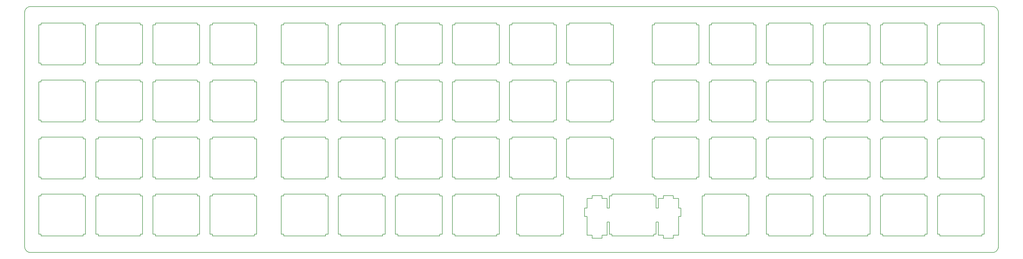
<source format=gbr>
G04 #@! TF.GenerationSoftware,KiCad,Pcbnew,(5.1.4)-1*
G04 #@! TF.CreationDate,2020-04-28T20:07:22-05:00*
G04 #@! TF.ProjectId,augio_switchplate,61756769-6f5f-4737-9769-746368706c61,rev?*
G04 #@! TF.SameCoordinates,Original*
G04 #@! TF.FileFunction,Profile,NP*
%FSLAX46Y46*%
G04 Gerber Fmt 4.6, Leading zero omitted, Abs format (unit mm)*
G04 Created by KiCad (PCBNEW (5.1.4)-1) date 2020-04-28 20:07:22*
%MOMM*%
%LPD*%
G04 APERTURE LIST*
%ADD10C,0.200000*%
G04 APERTURE END LIST*
D10*
X19620500Y-73069700D02*
X5619640Y-73069700D01*
X19620500Y-73669100D02*
X19620500Y-73069700D01*
X20421100Y-73669100D02*
X19620500Y-73669100D01*
X20421100Y-86469700D02*
X20421100Y-73669100D01*
X19620500Y-86469700D02*
X20421100Y-86469700D01*
X19620500Y-87070400D02*
X19620500Y-86469700D01*
X5619640Y-87070400D02*
X19620500Y-87070400D01*
X5619640Y-86469700D02*
X5619640Y-87070400D01*
X4819020Y-86469700D02*
X5619640Y-86469700D01*
X4819020Y-73669100D02*
X4819020Y-86469700D01*
X5619640Y-73669100D02*
X4819020Y-73669100D01*
X5619640Y-73069700D02*
X5619640Y-73669100D01*
X38670400Y-73069700D02*
X24671000Y-73069700D01*
X38670400Y-73669100D02*
X38670400Y-73069700D01*
X39471200Y-73669100D02*
X38670400Y-73669100D01*
X39471200Y-86469700D02*
X39471200Y-73669100D01*
X38670400Y-86469700D02*
X39471200Y-86469700D01*
X38670400Y-87070400D02*
X38670400Y-86469700D01*
X24671000Y-87070400D02*
X38670400Y-87070400D01*
X24671000Y-86469700D02*
X24671000Y-87070400D01*
X23870400Y-86469700D02*
X24671000Y-86469700D01*
X23870400Y-73669100D02*
X23870400Y-86469700D01*
X24671000Y-73669100D02*
X23870400Y-73669100D01*
X24671000Y-73069700D02*
X24671000Y-73669100D01*
X57720400Y-73069700D02*
X43721200Y-73069700D01*
X57720400Y-73669100D02*
X57720400Y-73069700D01*
X58521200Y-73669100D02*
X57720400Y-73669100D01*
X58521200Y-86469700D02*
X58521200Y-73669100D01*
X57720400Y-86469700D02*
X58521200Y-86469700D01*
X57720400Y-87070400D02*
X57720400Y-86469700D01*
X43721200Y-87070400D02*
X57720400Y-87070400D01*
X43721200Y-86469700D02*
X43721200Y-87070400D01*
X42920400Y-86469700D02*
X43721200Y-86469700D01*
X42920400Y-73669100D02*
X42920400Y-86469700D01*
X43721200Y-73669100D02*
X42920400Y-73669100D01*
X43721200Y-73069700D02*
X43721200Y-73669100D01*
X76770400Y-73069700D02*
X62771200Y-73069700D01*
X76770400Y-73669100D02*
X76770400Y-73069700D01*
X77571200Y-73669100D02*
X76770400Y-73669100D01*
X77571200Y-86469700D02*
X77571200Y-73669100D01*
X76770400Y-86469700D02*
X77571200Y-86469700D01*
X76770400Y-87070400D02*
X76770400Y-86469700D01*
X62771200Y-87070400D02*
X76770400Y-87070400D01*
X62771200Y-86469700D02*
X62771200Y-87070400D01*
X61970400Y-86469700D02*
X62771200Y-86469700D01*
X61970400Y-73669100D02*
X61970400Y-86469700D01*
X62771200Y-73669100D02*
X61970400Y-73669100D01*
X62771200Y-73069700D02*
X62771200Y-73669100D01*
X100583000Y-73069700D02*
X86582200Y-73069700D01*
X100583000Y-73669100D02*
X100583000Y-73069700D01*
X101382000Y-73669100D02*
X100583000Y-73669100D01*
X101382000Y-86469700D02*
X101382000Y-73669100D01*
X100583000Y-86469700D02*
X101382000Y-86469700D01*
X100583000Y-87070400D02*
X100583000Y-86469700D01*
X86582200Y-87070400D02*
X100583000Y-87070400D01*
X86582200Y-86469700D02*
X86582200Y-87070400D01*
X85782900Y-86469700D02*
X86582200Y-86469700D01*
X85782900Y-73669100D02*
X85782900Y-86469700D01*
X86582200Y-73669100D02*
X85782900Y-73669100D01*
X86582200Y-73069700D02*
X86582200Y-73669100D01*
X119633000Y-73069700D02*
X105632000Y-73069700D01*
X119633000Y-73669100D02*
X119633000Y-73069700D01*
X120432000Y-73669100D02*
X119633000Y-73669100D01*
X120432000Y-86469700D02*
X120432000Y-73669100D01*
X119633000Y-86469700D02*
X120432000Y-86469700D01*
X119633000Y-87070400D02*
X119633000Y-86469700D01*
X105632000Y-87070400D02*
X119633000Y-87070400D01*
X105632000Y-86469700D02*
X105632000Y-87070400D01*
X104833000Y-86469700D02*
X105632000Y-86469700D01*
X104833000Y-73669100D02*
X104833000Y-86469700D01*
X105632000Y-73669100D02*
X104833000Y-73669100D01*
X105632000Y-73069700D02*
X105632000Y-73669100D01*
X138683000Y-73069700D02*
X124682000Y-73069700D01*
X138683000Y-73669100D02*
X138683000Y-73069700D01*
X139482000Y-73669100D02*
X138683000Y-73669100D01*
X139482000Y-86469700D02*
X139482000Y-73669100D01*
X138683000Y-86469700D02*
X139482000Y-86469700D01*
X138683000Y-87070400D02*
X138683000Y-86469700D01*
X124682000Y-87070400D02*
X138683000Y-87070400D01*
X124682000Y-86469700D02*
X124682000Y-87070400D01*
X123883000Y-86469700D02*
X124682000Y-86469700D01*
X123883000Y-73669100D02*
X123883000Y-86469700D01*
X124682000Y-73669100D02*
X123883000Y-73669100D01*
X124682000Y-73069700D02*
X124682000Y-73669100D01*
X157733000Y-73069700D02*
X143732000Y-73069700D01*
X157733000Y-73669100D02*
X157733000Y-73069700D01*
X158532000Y-73669100D02*
X157733000Y-73669100D01*
X158532000Y-86469700D02*
X158532000Y-73669100D01*
X157733000Y-86469700D02*
X158532000Y-86469700D01*
X157733000Y-87070400D02*
X157733000Y-86469700D01*
X143732000Y-87070400D02*
X157733000Y-87070400D01*
X143732000Y-86469700D02*
X143732000Y-87070400D01*
X142933000Y-86469700D02*
X143732000Y-86469700D01*
X142933000Y-73669100D02*
X142933000Y-86469700D01*
X143732000Y-73669100D02*
X142933000Y-73669100D01*
X143732000Y-73069700D02*
X143732000Y-73669100D01*
X176783000Y-73069700D02*
X162782000Y-73069700D01*
X176783000Y-73669100D02*
X176783000Y-73069700D01*
X177582000Y-73669100D02*
X176783000Y-73669100D01*
X177582000Y-86469700D02*
X177582000Y-73669100D01*
X176783000Y-86469700D02*
X177582000Y-86469700D01*
X176783000Y-87070400D02*
X176783000Y-86469700D01*
X162782000Y-87070400D02*
X176783000Y-87070400D01*
X162782000Y-86469700D02*
X162782000Y-87070400D01*
X161983000Y-86469700D02*
X162782000Y-86469700D01*
X161983000Y-73669100D02*
X161983000Y-86469700D01*
X162782000Y-73669100D02*
X161983000Y-73669100D01*
X162782000Y-73069700D02*
X162782000Y-73669100D01*
X195833000Y-73069700D02*
X181832000Y-73069700D01*
X195833000Y-73669100D02*
X195833000Y-73069700D01*
X196632000Y-73669100D02*
X195833000Y-73669100D01*
X196632000Y-86469700D02*
X196632000Y-73669100D01*
X195833000Y-86469700D02*
X196632000Y-86469700D01*
X195833000Y-87070400D02*
X195833000Y-86469700D01*
X181832000Y-87070400D02*
X195833000Y-87070400D01*
X181832000Y-86469700D02*
X181832000Y-87070400D01*
X181033000Y-86469700D02*
X181832000Y-86469700D01*
X181033000Y-73669100D02*
X181033000Y-86469700D01*
X181832000Y-73669100D02*
X181033000Y-73669100D01*
X181832000Y-73069700D02*
X181832000Y-73669100D01*
X224408000Y-73069700D02*
X210407000Y-73069700D01*
X224408000Y-73669100D02*
X224408000Y-73069700D01*
X225207000Y-73669100D02*
X224408000Y-73669100D01*
X225207000Y-86469700D02*
X225207000Y-73669100D01*
X224408000Y-86469700D02*
X225207000Y-86469700D01*
X224408000Y-87070400D02*
X224408000Y-86469700D01*
X210407000Y-87070400D02*
X224408000Y-87070400D01*
X210407000Y-86469700D02*
X210407000Y-87070400D01*
X209608000Y-86469700D02*
X210407000Y-86469700D01*
X209608000Y-73669100D02*
X209608000Y-86469700D01*
X210407000Y-73669100D02*
X209608000Y-73669100D01*
X210407000Y-73069700D02*
X210407000Y-73669100D01*
X243458000Y-73069700D02*
X229457000Y-73069700D01*
X243458000Y-73669100D02*
X243458000Y-73069700D01*
X244257000Y-73669100D02*
X243458000Y-73669100D01*
X244257000Y-86469700D02*
X244257000Y-73669100D01*
X243458000Y-86469700D02*
X244257000Y-86469700D01*
X243458000Y-87070400D02*
X243458000Y-86469700D01*
X229457000Y-87070400D02*
X243458000Y-87070400D01*
X229457000Y-86469700D02*
X229457000Y-87070400D01*
X228658000Y-86469700D02*
X229457000Y-86469700D01*
X228658000Y-73669100D02*
X228658000Y-86469700D01*
X229457000Y-73669100D02*
X228658000Y-73669100D01*
X229457000Y-73069700D02*
X229457000Y-73669100D01*
X262507999Y-73069700D02*
X248507000Y-73069700D01*
X262507999Y-73669100D02*
X262507999Y-73069700D01*
X263307000Y-73669100D02*
X262507999Y-73669100D01*
X263307000Y-86469700D02*
X263307000Y-73669100D01*
X262507999Y-86469700D02*
X263307000Y-86469700D01*
X262507999Y-87070400D02*
X262507999Y-86469700D01*
X248507000Y-87070400D02*
X262507999Y-87070400D01*
X248507000Y-86469700D02*
X248507000Y-87070400D01*
X247708000Y-86469700D02*
X248507000Y-86469700D01*
X247708000Y-73669100D02*
X247708000Y-86469700D01*
X248507000Y-73669100D02*
X247708000Y-73669100D01*
X248507000Y-73069700D02*
X248507000Y-73669100D01*
X281558000Y-73069700D02*
X267557000Y-73069700D01*
X281558000Y-73669100D02*
X281558000Y-73069700D01*
X282357000Y-73669100D02*
X281558000Y-73669100D01*
X282357000Y-86469700D02*
X282357000Y-73669100D01*
X281558000Y-86469700D02*
X282357000Y-86469700D01*
X281558000Y-87070400D02*
X281558000Y-86469700D01*
X267557000Y-87070400D02*
X281558000Y-87070400D01*
X267557000Y-86469700D02*
X267557000Y-87070400D01*
X266757999Y-86469700D02*
X267557000Y-86469700D01*
X266757999Y-73669100D02*
X266757999Y-86469700D01*
X267557000Y-73669100D02*
X266757999Y-73669100D01*
X267557000Y-73069700D02*
X267557000Y-73669100D01*
X300608000Y-73069700D02*
X286607000Y-73069700D01*
X300608000Y-73669100D02*
X300608000Y-73069700D01*
X301407000Y-73669100D02*
X300608000Y-73669100D01*
X301407000Y-86469700D02*
X301407000Y-73669100D01*
X300608000Y-86469700D02*
X301407000Y-86469700D01*
X300608000Y-87070400D02*
X300608000Y-86469700D01*
X286607000Y-87070400D02*
X300608000Y-87070400D01*
X286607000Y-86469700D02*
X286607000Y-87070400D01*
X285808000Y-86469700D02*
X286607000Y-86469700D01*
X285808000Y-73669100D02*
X285808000Y-86469700D01*
X286607000Y-73669100D02*
X285808000Y-73669100D01*
X286607000Y-73069700D02*
X286607000Y-73669100D01*
X319658000Y-73069700D02*
X305657000Y-73069700D01*
X319658000Y-73669100D02*
X319658000Y-73069700D01*
X320457000Y-73669100D02*
X319658000Y-73669100D01*
X320457000Y-86469700D02*
X320457000Y-73669100D01*
X319658000Y-86469700D02*
X320457000Y-86469700D01*
X319658000Y-87070400D02*
X319658000Y-86469700D01*
X305657000Y-87070400D02*
X319658000Y-87070400D01*
X305657000Y-86469700D02*
X305657000Y-87070400D01*
X304858000Y-86469700D02*
X305657000Y-86469700D01*
X304858000Y-73669100D02*
X304858000Y-86469700D01*
X305657000Y-73669100D02*
X304858000Y-73669100D01*
X305657000Y-73069700D02*
X305657000Y-73669100D01*
X19620500Y-92121200D02*
X5619640Y-92121200D01*
X19620500Y-92720500D02*
X19620500Y-92121200D01*
X20421100Y-92720500D02*
X19620500Y-92720500D01*
X20421100Y-105521099D02*
X20421100Y-92720500D01*
X19620500Y-105521099D02*
X20421100Y-105521099D01*
X19620500Y-106120399D02*
X19620500Y-105521099D01*
X5619640Y-106120399D02*
X19620500Y-106120399D01*
X5619640Y-105521099D02*
X5619640Y-106120399D01*
X4819020Y-105521099D02*
X5619640Y-105521099D01*
X4819020Y-92720500D02*
X4819020Y-105521099D01*
X5619640Y-92720500D02*
X4819020Y-92720500D01*
X5619640Y-92121200D02*
X5619640Y-92720500D01*
X38670400Y-92121200D02*
X24671000Y-92121200D01*
X38670400Y-92720500D02*
X38670400Y-92121200D01*
X39471200Y-92720500D02*
X38670400Y-92720500D01*
X39471200Y-105521099D02*
X39471200Y-92720500D01*
X38670400Y-105521099D02*
X39471200Y-105521099D01*
X38670400Y-106120399D02*
X38670400Y-105521099D01*
X24671000Y-106120399D02*
X38670400Y-106120399D01*
X24671000Y-105521099D02*
X24671000Y-106120399D01*
X23870400Y-105521099D02*
X24671000Y-105521099D01*
X23870400Y-92720500D02*
X23870400Y-105521099D01*
X24671000Y-92720500D02*
X23870400Y-92720500D01*
X24671000Y-92121200D02*
X24671000Y-92720500D01*
X57720400Y-92121200D02*
X43721200Y-92121200D01*
X57720400Y-92720500D02*
X57720400Y-92121200D01*
X58521200Y-92720500D02*
X57720400Y-92720500D01*
X58521200Y-105521099D02*
X58521200Y-92720500D01*
X57720400Y-105521099D02*
X58521200Y-105521099D01*
X57720400Y-106120399D02*
X57720400Y-105521099D01*
X43721200Y-106120399D02*
X57720400Y-106120399D01*
X43721200Y-105521099D02*
X43721200Y-106120399D01*
X42920400Y-105521099D02*
X43721200Y-105521099D01*
X42920400Y-92720500D02*
X42920400Y-105521099D01*
X43721200Y-92720500D02*
X42920400Y-92720500D01*
X43721200Y-92121200D02*
X43721200Y-92720500D01*
X76770400Y-92121200D02*
X62771200Y-92121200D01*
X76770400Y-92720500D02*
X76770400Y-92121200D01*
X77571200Y-92720500D02*
X76770400Y-92720500D01*
X77571200Y-105521099D02*
X77571200Y-92720500D01*
X76770400Y-105521099D02*
X77571200Y-105521099D01*
X76770400Y-106120399D02*
X76770400Y-105521099D01*
X62771200Y-106120399D02*
X76770400Y-106120399D01*
X62771200Y-105521099D02*
X62771200Y-106120399D01*
X61970400Y-105521099D02*
X62771200Y-105521099D01*
X61970400Y-92720500D02*
X61970400Y-105521099D01*
X62771200Y-92720500D02*
X61970400Y-92720500D01*
X62771200Y-92121200D02*
X62771200Y-92720500D01*
X100583000Y-92121200D02*
X86582200Y-92121200D01*
X100583000Y-92720500D02*
X100583000Y-92121200D01*
X101382000Y-92720500D02*
X100583000Y-92720500D01*
X101382000Y-105521099D02*
X101382000Y-92720500D01*
X100583000Y-105521099D02*
X101382000Y-105521099D01*
X100583000Y-106120399D02*
X100583000Y-105521099D01*
X86582200Y-106120399D02*
X100583000Y-106120399D01*
X86582200Y-105521099D02*
X86582200Y-106120399D01*
X85782900Y-105521099D02*
X86582200Y-105521099D01*
X85782900Y-92720500D02*
X85782900Y-105521099D01*
X86582200Y-92720500D02*
X85782900Y-92720500D01*
X86582200Y-92121200D02*
X86582200Y-92720500D01*
X119633000Y-92121200D02*
X105632000Y-92121200D01*
X119633000Y-92720500D02*
X119633000Y-92121200D01*
X120432000Y-92720500D02*
X119633000Y-92720500D01*
X120432000Y-105521099D02*
X120432000Y-92720500D01*
X119633000Y-105521099D02*
X120432000Y-105521099D01*
X119633000Y-106120399D02*
X119633000Y-105521099D01*
X105632000Y-106120399D02*
X119633000Y-106120399D01*
X105632000Y-105521099D02*
X105632000Y-106120399D01*
X104833000Y-105521099D02*
X105632000Y-105521099D01*
X104833000Y-92720500D02*
X104833000Y-105521099D01*
X105632000Y-92720500D02*
X104833000Y-92720500D01*
X105632000Y-92121200D02*
X105632000Y-92720500D01*
X138683000Y-92121200D02*
X124682000Y-92121200D01*
X138683000Y-92720500D02*
X138683000Y-92121200D01*
X139482000Y-92720500D02*
X138683000Y-92720500D01*
X139482000Y-105521099D02*
X139482000Y-92720500D01*
X138683000Y-105521099D02*
X139482000Y-105521099D01*
X138683000Y-106120399D02*
X138683000Y-105521099D01*
X124682000Y-106120399D02*
X138683000Y-106120399D01*
X124682000Y-105521099D02*
X124682000Y-106120399D01*
X123883000Y-105521099D02*
X124682000Y-105521099D01*
X123883000Y-92720500D02*
X123883000Y-105521099D01*
X124682000Y-92720500D02*
X123883000Y-92720500D01*
X124682000Y-92121200D02*
X124682000Y-92720500D01*
X157733000Y-92121200D02*
X143732000Y-92121200D01*
X157733000Y-92720500D02*
X157733000Y-92121200D01*
X158532000Y-92720500D02*
X157733000Y-92720500D01*
X158532000Y-105521099D02*
X158532000Y-92720500D01*
X157733000Y-105521099D02*
X158532000Y-105521099D01*
X157733000Y-106120399D02*
X157733000Y-105521099D01*
X143732000Y-106120399D02*
X157733000Y-106120399D01*
X143732000Y-105521099D02*
X143732000Y-106120399D01*
X142933000Y-105521099D02*
X143732000Y-105521099D01*
X142933000Y-92720500D02*
X142933000Y-105521099D01*
X143732000Y-92720500D02*
X142933000Y-92720500D01*
X143732000Y-92121200D02*
X143732000Y-92720500D01*
X176783000Y-92121200D02*
X162782000Y-92121200D01*
X176783000Y-92720500D02*
X176783000Y-92121200D01*
X177582000Y-92720500D02*
X176783000Y-92720500D01*
X177582000Y-105521099D02*
X177582000Y-92720500D01*
X176783000Y-105521099D02*
X177582000Y-105521099D01*
X176783000Y-106120399D02*
X176783000Y-105521099D01*
X162782000Y-106120399D02*
X176783000Y-106120399D01*
X162782000Y-105521099D02*
X162782000Y-106120399D01*
X161983000Y-105521099D02*
X162782000Y-105521099D01*
X161983000Y-92720500D02*
X161983000Y-105521099D01*
X162782000Y-92720500D02*
X161983000Y-92720500D01*
X162782000Y-92121200D02*
X162782000Y-92720500D01*
X195833000Y-92121200D02*
X181832000Y-92121200D01*
X195833000Y-92720500D02*
X195833000Y-92121200D01*
X196632000Y-92720500D02*
X195833000Y-92720500D01*
X196632000Y-105521099D02*
X196632000Y-92720500D01*
X195833000Y-105521099D02*
X196632000Y-105521099D01*
X195833000Y-106120399D02*
X195833000Y-105521099D01*
X181832000Y-106120399D02*
X195833000Y-106120399D01*
X181832000Y-105521099D02*
X181832000Y-106120399D01*
X181033000Y-105521099D02*
X181832000Y-105521099D01*
X181033000Y-92720500D02*
X181033000Y-105521099D01*
X181832000Y-92720500D02*
X181033000Y-92720500D01*
X181832000Y-92121200D02*
X181832000Y-92720500D01*
X224408000Y-92121200D02*
X210407000Y-92121200D01*
X224408000Y-92720500D02*
X224408000Y-92121200D01*
X225207000Y-92720500D02*
X224408000Y-92720500D01*
X225207000Y-105521099D02*
X225207000Y-92720500D01*
X224408000Y-105521099D02*
X225207000Y-105521099D01*
X224408000Y-106120399D02*
X224408000Y-105521099D01*
X210407000Y-106120399D02*
X224408000Y-106120399D01*
X210407000Y-105521099D02*
X210407000Y-106120399D01*
X209608000Y-105521099D02*
X210407000Y-105521099D01*
X209608000Y-92720500D02*
X209608000Y-105521099D01*
X210407000Y-92720500D02*
X209608000Y-92720500D01*
X210407000Y-92121200D02*
X210407000Y-92720500D01*
X243458000Y-92121200D02*
X229457000Y-92121200D01*
X243458000Y-92720500D02*
X243458000Y-92121200D01*
X244257000Y-92720500D02*
X243458000Y-92720500D01*
X244257000Y-105521099D02*
X244257000Y-92720500D01*
X243458000Y-105521099D02*
X244257000Y-105521099D01*
X243458000Y-106120399D02*
X243458000Y-105521099D01*
X229457000Y-106120399D02*
X243458000Y-106120399D01*
X229457000Y-105521099D02*
X229457000Y-106120399D01*
X228658000Y-105521099D02*
X229457000Y-105521099D01*
X228658000Y-92720500D02*
X228658000Y-105521099D01*
X229457000Y-92720500D02*
X228658000Y-92720500D01*
X229457000Y-92121200D02*
X229457000Y-92720500D01*
X262507999Y-92121200D02*
X248507000Y-92121200D01*
X262507999Y-92720500D02*
X262507999Y-92121200D01*
X263307000Y-92720500D02*
X262507999Y-92720500D01*
X263307000Y-105521099D02*
X263307000Y-92720500D01*
X262507999Y-105521099D02*
X263307000Y-105521099D01*
X262507999Y-106120399D02*
X262507999Y-105521099D01*
X248507000Y-106120399D02*
X262507999Y-106120399D01*
X248507000Y-105521099D02*
X248507000Y-106120399D01*
X247708000Y-105521099D02*
X248507000Y-105521099D01*
X247708000Y-92720500D02*
X247708000Y-105521099D01*
X248507000Y-92720500D02*
X247708000Y-92720500D01*
X248507000Y-92121200D02*
X248507000Y-92720500D01*
X281558000Y-92121200D02*
X267557000Y-92121200D01*
X281558000Y-92720500D02*
X281558000Y-92121200D01*
X282357000Y-92720500D02*
X281558000Y-92720500D01*
X282357000Y-105521099D02*
X282357000Y-92720500D01*
X281558000Y-105521099D02*
X282357000Y-105521099D01*
X281558000Y-106120399D02*
X281558000Y-105521099D01*
X267557000Y-106120399D02*
X281558000Y-106120399D01*
X267557000Y-105521099D02*
X267557000Y-106120399D01*
X266757999Y-105521099D02*
X267557000Y-105521099D01*
X266757999Y-92720500D02*
X266757999Y-105521099D01*
X267557000Y-92720500D02*
X266757999Y-92720500D01*
X267557000Y-92121200D02*
X267557000Y-92720500D01*
X300608000Y-92121200D02*
X286607000Y-92121200D01*
X300608000Y-92720500D02*
X300608000Y-92121200D01*
X301407000Y-92720500D02*
X300608000Y-92720500D01*
X301407000Y-105521099D02*
X301407000Y-92720500D01*
X300608000Y-105521099D02*
X301407000Y-105521099D01*
X300608000Y-106120399D02*
X300608000Y-105521099D01*
X286607000Y-106120399D02*
X300608000Y-106120399D01*
X286607000Y-105521099D02*
X286607000Y-106120399D01*
X285808000Y-105521099D02*
X286607000Y-105521099D01*
X285808000Y-92720500D02*
X285808000Y-105521099D01*
X286607000Y-92720500D02*
X285808000Y-92720500D01*
X286607000Y-92121200D02*
X286607000Y-92720500D01*
X319658000Y-92121200D02*
X305657000Y-92121200D01*
X319658000Y-92720500D02*
X319658000Y-92121200D01*
X320457000Y-92720500D02*
X319658000Y-92720500D01*
X320457000Y-105521099D02*
X320457000Y-92720500D01*
X319658000Y-105521099D02*
X320457000Y-105521099D01*
X319658000Y-106120399D02*
X319658000Y-105521099D01*
X305657000Y-106120399D02*
X319658000Y-106120399D01*
X305657000Y-105521099D02*
X305657000Y-106120399D01*
X304858000Y-105521099D02*
X305657000Y-105521099D01*
X304858000Y-92720500D02*
X304858000Y-105521099D01*
X305657000Y-92720500D02*
X304858000Y-92720500D01*
X305657000Y-92121200D02*
X305657000Y-92720500D01*
X19620500Y-111171200D02*
X5619640Y-111171200D01*
X19620500Y-111770500D02*
X19620500Y-111171200D01*
X20421100Y-111770500D02*
X19620500Y-111770500D01*
X20421100Y-124571100D02*
X20421100Y-111770500D01*
X19620500Y-124571100D02*
X20421100Y-124571100D01*
X19620500Y-125170500D02*
X19620500Y-124571100D01*
X5619640Y-125170500D02*
X19620500Y-125170500D01*
X5619640Y-124571100D02*
X5619640Y-125170500D01*
X4819020Y-124571100D02*
X5619640Y-124571100D01*
X4819020Y-111770500D02*
X4819020Y-124571100D01*
X5619640Y-111770500D02*
X4819020Y-111770500D01*
X5619640Y-111171200D02*
X5619640Y-111770500D01*
X38670400Y-111171200D02*
X24671000Y-111171200D01*
X38670400Y-111770500D02*
X38670400Y-111171200D01*
X39471200Y-111770500D02*
X38670400Y-111770500D01*
X39471200Y-124571100D02*
X39471200Y-111770500D01*
X38670400Y-124571100D02*
X39471200Y-124571100D01*
X38670400Y-125170500D02*
X38670400Y-124571100D01*
X24671000Y-125170500D02*
X38670400Y-125170500D01*
X24671000Y-124571100D02*
X24671000Y-125170500D01*
X23870400Y-124571100D02*
X24671000Y-124571100D01*
X23870400Y-111770500D02*
X23870400Y-124571100D01*
X24671000Y-111770500D02*
X23870400Y-111770500D01*
X24671000Y-111171200D02*
X24671000Y-111770500D01*
X57720400Y-111171200D02*
X43721200Y-111171200D01*
X57720400Y-111770500D02*
X57720400Y-111171200D01*
X58521200Y-111770500D02*
X57720400Y-111770500D01*
X58521200Y-124571100D02*
X58521200Y-111770500D01*
X57720400Y-124571100D02*
X58521200Y-124571100D01*
X57720400Y-125170500D02*
X57720400Y-124571100D01*
X43721200Y-125170500D02*
X57720400Y-125170500D01*
X43721200Y-124571100D02*
X43721200Y-125170500D01*
X42920400Y-124571100D02*
X43721200Y-124571100D01*
X42920400Y-111770500D02*
X42920400Y-124571100D01*
X43721200Y-111770500D02*
X42920400Y-111770500D01*
X43721200Y-111171200D02*
X43721200Y-111770500D01*
X76770400Y-111171200D02*
X62771200Y-111171200D01*
X76770400Y-111770500D02*
X76770400Y-111171200D01*
X77571200Y-111770500D02*
X76770400Y-111770500D01*
X77571200Y-124571100D02*
X77571200Y-111770500D01*
X76770400Y-124571100D02*
X77571200Y-124571100D01*
X76770400Y-125170500D02*
X76770400Y-124571100D01*
X62771200Y-125170500D02*
X76770400Y-125170500D01*
X62771200Y-124571100D02*
X62771200Y-125170500D01*
X61970400Y-124571100D02*
X62771200Y-124571100D01*
X61970400Y-111770500D02*
X61970400Y-124571100D01*
X62771200Y-111770500D02*
X61970400Y-111770500D01*
X62771200Y-111171200D02*
X62771200Y-111770500D01*
X100583000Y-111171200D02*
X86582200Y-111171200D01*
X100583000Y-111770500D02*
X100583000Y-111171200D01*
X101382000Y-111770500D02*
X100583000Y-111770500D01*
X101382000Y-124571100D02*
X101382000Y-111770500D01*
X100583000Y-124571100D02*
X101382000Y-124571100D01*
X100583000Y-125170500D02*
X100583000Y-124571100D01*
X86582200Y-125170500D02*
X100583000Y-125170500D01*
X86582200Y-124571100D02*
X86582200Y-125170500D01*
X85782900Y-124571100D02*
X86582200Y-124571100D01*
X85782900Y-111770500D02*
X85782900Y-124571100D01*
X86582200Y-111770500D02*
X85782900Y-111770500D01*
X86582200Y-111171200D02*
X86582200Y-111770500D01*
X119633000Y-111171200D02*
X105632000Y-111171200D01*
X119633000Y-111770500D02*
X119633000Y-111171200D01*
X120432000Y-111770500D02*
X119633000Y-111770500D01*
X120432000Y-124571100D02*
X120432000Y-111770500D01*
X119633000Y-124571100D02*
X120432000Y-124571100D01*
X119633000Y-125170500D02*
X119633000Y-124571100D01*
X105632000Y-125170500D02*
X119633000Y-125170500D01*
X105632000Y-124571100D02*
X105632000Y-125170500D01*
X104833000Y-124571100D02*
X105632000Y-124571100D01*
X104833000Y-111770500D02*
X104833000Y-124571100D01*
X105632000Y-111770500D02*
X104833000Y-111770500D01*
X105632000Y-111171200D02*
X105632000Y-111770500D01*
X138683000Y-111171200D02*
X124682000Y-111171200D01*
X138683000Y-111770500D02*
X138683000Y-111171200D01*
X139482000Y-111770500D02*
X138683000Y-111770500D01*
X139482000Y-124571100D02*
X139482000Y-111770500D01*
X138683000Y-124571100D02*
X139482000Y-124571100D01*
X138683000Y-125170500D02*
X138683000Y-124571100D01*
X124682000Y-125170500D02*
X138683000Y-125170500D01*
X124682000Y-124571100D02*
X124682000Y-125170500D01*
X123883000Y-124571100D02*
X124682000Y-124571100D01*
X123883000Y-111770500D02*
X123883000Y-124571100D01*
X124682000Y-111770500D02*
X123883000Y-111770500D01*
X124682000Y-111171200D02*
X124682000Y-111770500D01*
X157733000Y-111171200D02*
X143732000Y-111171200D01*
X157733000Y-111770500D02*
X157733000Y-111171200D01*
X158532000Y-111770500D02*
X157733000Y-111770500D01*
X158532000Y-124571100D02*
X158532000Y-111770500D01*
X157733000Y-124571100D02*
X158532000Y-124571100D01*
X157733000Y-125170500D02*
X157733000Y-124571100D01*
X143732000Y-125170500D02*
X157733000Y-125170500D01*
X143732000Y-124571100D02*
X143732000Y-125170500D01*
X142933000Y-124571100D02*
X143732000Y-124571100D01*
X142933000Y-111770500D02*
X142933000Y-124571100D01*
X143732000Y-111770500D02*
X142933000Y-111770500D01*
X143732000Y-111171200D02*
X143732000Y-111770500D01*
X176783000Y-111171200D02*
X162782000Y-111171200D01*
X176783000Y-111770500D02*
X176783000Y-111171200D01*
X177582000Y-111770500D02*
X176783000Y-111770500D01*
X177582000Y-124571100D02*
X177582000Y-111770500D01*
X176783000Y-124571100D02*
X177582000Y-124571100D01*
X176783000Y-125170500D02*
X176783000Y-124571100D01*
X162782000Y-125170500D02*
X176783000Y-125170500D01*
X162782000Y-124571100D02*
X162782000Y-125170500D01*
X161983000Y-124571100D02*
X162782000Y-124571100D01*
X161983000Y-111770500D02*
X161983000Y-124571100D01*
X162782000Y-111770500D02*
X161983000Y-111770500D01*
X162782000Y-111171200D02*
X162782000Y-111770500D01*
X195833000Y-111171200D02*
X181832000Y-111171200D01*
X195833000Y-111770500D02*
X195833000Y-111171200D01*
X196632000Y-111770500D02*
X195833000Y-111770500D01*
X196632000Y-124571100D02*
X196632000Y-111770500D01*
X195833000Y-124571100D02*
X196632000Y-124571100D01*
X195833000Y-125170500D02*
X195833000Y-124571100D01*
X181832000Y-125170500D02*
X195833000Y-125170500D01*
X181832000Y-124571100D02*
X181832000Y-125170500D01*
X181033000Y-124571100D02*
X181832000Y-124571100D01*
X181033000Y-111770500D02*
X181033000Y-124571100D01*
X181832000Y-111770500D02*
X181033000Y-111770500D01*
X181832000Y-111171200D02*
X181832000Y-111770500D01*
X224408000Y-111171200D02*
X210407000Y-111171200D01*
X224408000Y-111770500D02*
X224408000Y-111171200D01*
X225207000Y-111770500D02*
X224408000Y-111770500D01*
X225207000Y-124571100D02*
X225207000Y-111770500D01*
X224408000Y-124571100D02*
X225207000Y-124571100D01*
X224408000Y-125170500D02*
X224408000Y-124571100D01*
X210407000Y-125170500D02*
X224408000Y-125170500D01*
X210407000Y-124571100D02*
X210407000Y-125170500D01*
X209608000Y-124571100D02*
X210407000Y-124571100D01*
X209608000Y-111770500D02*
X209608000Y-124571100D01*
X210407000Y-111770500D02*
X209608000Y-111770500D01*
X210407000Y-111171200D02*
X210407000Y-111770500D01*
X243458000Y-111171200D02*
X229457000Y-111171200D01*
X243458000Y-111770500D02*
X243458000Y-111171200D01*
X244257000Y-111770500D02*
X243458000Y-111770500D01*
X244257000Y-124571100D02*
X244257000Y-111770500D01*
X243458000Y-124571100D02*
X244257000Y-124571100D01*
X243458000Y-125170500D02*
X243458000Y-124571100D01*
X229457000Y-125170500D02*
X243458000Y-125170500D01*
X229457000Y-124571100D02*
X229457000Y-125170500D01*
X228658000Y-124571100D02*
X229457000Y-124571100D01*
X228658000Y-111770500D02*
X228658000Y-124571100D01*
X229457000Y-111770500D02*
X228658000Y-111770500D01*
X229457000Y-111171200D02*
X229457000Y-111770500D01*
X262507999Y-111171200D02*
X248507000Y-111171200D01*
X262507999Y-111770500D02*
X262507999Y-111171200D01*
X263307000Y-111770500D02*
X262507999Y-111770500D01*
X263307000Y-124571100D02*
X263307000Y-111770500D01*
X262507999Y-124571100D02*
X263307000Y-124571100D01*
X262507999Y-125170500D02*
X262507999Y-124571100D01*
X248507000Y-125170500D02*
X262507999Y-125170500D01*
X248507000Y-124571100D02*
X248507000Y-125170500D01*
X247708000Y-124571100D02*
X248507000Y-124571100D01*
X247708000Y-111770500D02*
X247708000Y-124571100D01*
X248507000Y-111770500D02*
X247708000Y-111770500D01*
X248507000Y-111171200D02*
X248507000Y-111770500D01*
X281558000Y-111171200D02*
X267557000Y-111171200D01*
X281558000Y-111770500D02*
X281558000Y-111171200D01*
X282357000Y-111770500D02*
X281558000Y-111770500D01*
X282357000Y-124571100D02*
X282357000Y-111770500D01*
X281558000Y-124571100D02*
X282357000Y-124571100D01*
X281558000Y-125170500D02*
X281558000Y-124571100D01*
X267557000Y-125170500D02*
X281558000Y-125170500D01*
X267557000Y-124571100D02*
X267557000Y-125170500D01*
X266757999Y-124571100D02*
X267557000Y-124571100D01*
X266757999Y-111770500D02*
X266757999Y-124571100D01*
X267557000Y-111770500D02*
X266757999Y-111770500D01*
X267557000Y-111171200D02*
X267557000Y-111770500D01*
X300608000Y-111171200D02*
X286607000Y-111171200D01*
X300608000Y-111770500D02*
X300608000Y-111171200D01*
X301407000Y-111770500D02*
X300608000Y-111770500D01*
X301407000Y-124571100D02*
X301407000Y-111770500D01*
X300608000Y-124571100D02*
X301407000Y-124571100D01*
X300608000Y-125170500D02*
X300608000Y-124571100D01*
X286607000Y-125170500D02*
X300608000Y-125170500D01*
X286607000Y-124571100D02*
X286607000Y-125170500D01*
X285808000Y-124571100D02*
X286607000Y-124571100D01*
X285808000Y-111770500D02*
X285808000Y-124571100D01*
X286607000Y-111770500D02*
X285808000Y-111770500D01*
X286607000Y-111171200D02*
X286607000Y-111770500D01*
X319658000Y-111171200D02*
X305657000Y-111171200D01*
X319658000Y-111770500D02*
X319658000Y-111171200D01*
X320457000Y-111770500D02*
X319658000Y-111770500D01*
X320457000Y-124571100D02*
X320457000Y-111770500D01*
X319658000Y-124571100D02*
X320457000Y-124571100D01*
X319658000Y-125170500D02*
X319658000Y-124571100D01*
X305657000Y-125170500D02*
X319658000Y-125170500D01*
X305657000Y-124571100D02*
X305657000Y-125170500D01*
X304858000Y-124571100D02*
X305657000Y-124571100D01*
X304858000Y-111770500D02*
X304858000Y-124571100D01*
X305657000Y-111770500D02*
X304858000Y-111770500D01*
X305657000Y-111171200D02*
X305657000Y-111770500D01*
X19620500Y-130221000D02*
X5619640Y-130221000D01*
X19620500Y-130819099D02*
X19620500Y-130221000D01*
X20421100Y-130819099D02*
X19620500Y-130819099D01*
X20421100Y-143621070D02*
X20421100Y-130819099D01*
X19620500Y-143621070D02*
X20421100Y-143621070D01*
X19620500Y-144220510D02*
X19620500Y-143621070D01*
X5619640Y-144220510D02*
X19620500Y-144220510D01*
X5619640Y-143621070D02*
X5619640Y-144220510D01*
X4819020Y-143621070D02*
X5619640Y-143621070D01*
X4819020Y-130819099D02*
X4819020Y-143621070D01*
X5619640Y-130819099D02*
X4819020Y-130819099D01*
X5619640Y-130221000D02*
X5619640Y-130819099D01*
X38670400Y-130221000D02*
X24671000Y-130221000D01*
X38670400Y-130819099D02*
X38670400Y-130221000D01*
X39471200Y-130819099D02*
X38670400Y-130819099D01*
X39471200Y-143621070D02*
X39471200Y-130819099D01*
X38670400Y-143621070D02*
X39471200Y-143621070D01*
X38670400Y-144220510D02*
X38670400Y-143621070D01*
X24671000Y-144220510D02*
X38670400Y-144220510D01*
X24671000Y-143621070D02*
X24671000Y-144220510D01*
X23870400Y-143621070D02*
X24671000Y-143621070D01*
X23870400Y-130819099D02*
X23870400Y-143621070D01*
X24671000Y-130819099D02*
X23870400Y-130819099D01*
X24671000Y-130221000D02*
X24671000Y-130819099D01*
X57720400Y-130221000D02*
X43721200Y-130221000D01*
X57720400Y-130819099D02*
X57720400Y-130221000D01*
X58521200Y-130819099D02*
X57720400Y-130819099D01*
X58521200Y-143621070D02*
X58521200Y-130819099D01*
X57720400Y-143621070D02*
X58521200Y-143621070D01*
X57720400Y-144220510D02*
X57720400Y-143621070D01*
X43721200Y-144220510D02*
X57720400Y-144220510D01*
X43721200Y-143621070D02*
X43721200Y-144220510D01*
X42920400Y-143621070D02*
X43721200Y-143621070D01*
X42920400Y-130819099D02*
X42920400Y-143621070D01*
X43721200Y-130819099D02*
X42920400Y-130819099D01*
X43721200Y-130221000D02*
X43721200Y-130819099D01*
X76770400Y-130221000D02*
X62771200Y-130221000D01*
X76770400Y-130819099D02*
X76770400Y-130221000D01*
X77571200Y-130819099D02*
X76770400Y-130819099D01*
X77571200Y-143621070D02*
X77571200Y-130819099D01*
X76770400Y-143621070D02*
X77571200Y-143621070D01*
X76770400Y-144220510D02*
X76770400Y-143621070D01*
X62771200Y-144220510D02*
X76770400Y-144220510D01*
X62771200Y-143621070D02*
X62771200Y-144220510D01*
X61970400Y-143621070D02*
X62771200Y-143621070D01*
X61970400Y-130819099D02*
X61970400Y-143621070D01*
X62771200Y-130819099D02*
X61970400Y-130819099D01*
X62771200Y-130221000D02*
X62771200Y-130819099D01*
X100583000Y-130221000D02*
X86582200Y-130221000D01*
X100583000Y-130819099D02*
X100583000Y-130221000D01*
X101382000Y-130819099D02*
X100583000Y-130819099D01*
X101382000Y-143621070D02*
X101382000Y-130819099D01*
X100583000Y-143621070D02*
X101382000Y-143621070D01*
X100583000Y-144220510D02*
X100583000Y-143621070D01*
X86582200Y-144220510D02*
X100583000Y-144220510D01*
X86582200Y-143621070D02*
X86582200Y-144220510D01*
X85782900Y-143621070D02*
X86582200Y-143621070D01*
X85782900Y-130819099D02*
X85782900Y-143621070D01*
X86582200Y-130819099D02*
X85782900Y-130819099D01*
X86582200Y-130221000D02*
X86582200Y-130819099D01*
X119633000Y-130221000D02*
X105632000Y-130221000D01*
X119633000Y-130819099D02*
X119633000Y-130221000D01*
X120432000Y-130819099D02*
X119633000Y-130819099D01*
X120432000Y-143621070D02*
X120432000Y-130819099D01*
X119633000Y-143621070D02*
X120432000Y-143621070D01*
X119633000Y-144220510D02*
X119633000Y-143621070D01*
X105632000Y-144220510D02*
X119633000Y-144220510D01*
X105632000Y-143621070D02*
X105632000Y-144220510D01*
X104833000Y-143621070D02*
X105632000Y-143621070D01*
X104833000Y-130819099D02*
X104833000Y-143621070D01*
X105632000Y-130819099D02*
X104833000Y-130819099D01*
X105632000Y-130221000D02*
X105632000Y-130819099D01*
X138683000Y-130221000D02*
X124682000Y-130221000D01*
X138683000Y-130819099D02*
X138683000Y-130221000D01*
X139482000Y-130819099D02*
X138683000Y-130819099D01*
X139482000Y-143621070D02*
X139482000Y-130819099D01*
X138683000Y-143621070D02*
X139482000Y-143621070D01*
X138683000Y-144220510D02*
X138683000Y-143621070D01*
X124682000Y-144220510D02*
X138683000Y-144220510D01*
X124682000Y-143621070D02*
X124682000Y-144220510D01*
X123883000Y-143621070D02*
X124682000Y-143621070D01*
X123883000Y-130819099D02*
X123883000Y-143621070D01*
X124682000Y-130819099D02*
X123883000Y-130819099D01*
X124682000Y-130221000D02*
X124682000Y-130819099D01*
X157733000Y-130221000D02*
X143732000Y-130221000D01*
X157733000Y-130819099D02*
X157733000Y-130221000D01*
X158532000Y-130819099D02*
X157733000Y-130819099D01*
X158532000Y-143621070D02*
X158532000Y-130819099D01*
X157733000Y-143621070D02*
X158532000Y-143621070D01*
X157733000Y-144220510D02*
X157733000Y-143621070D01*
X143732000Y-144220510D02*
X157733000Y-144220510D01*
X143732000Y-143621070D02*
X143732000Y-144220510D01*
X142933000Y-143621070D02*
X143732000Y-143621070D01*
X142933000Y-130819099D02*
X142933000Y-143621070D01*
X143732000Y-130819099D02*
X142933000Y-130819099D01*
X143732000Y-130221000D02*
X143732000Y-130819099D01*
X179163000Y-130221000D02*
X165163000Y-130221000D01*
X179163000Y-130819099D02*
X179163000Y-130221000D01*
X179964000Y-130819099D02*
X179163000Y-130819099D01*
X179964000Y-143621070D02*
X179964000Y-130819099D01*
X179163000Y-143621070D02*
X179964000Y-143621070D01*
X179163000Y-144220510D02*
X179163000Y-143621070D01*
X165163000Y-144220510D02*
X179163000Y-144220510D01*
X165163000Y-143621070D02*
X165163000Y-144220510D01*
X164364000Y-143621070D02*
X165163000Y-143621070D01*
X164364000Y-130819099D02*
X164364000Y-143621070D01*
X165163000Y-130819099D02*
X164364000Y-130819099D01*
X165163000Y-130221000D02*
X165163000Y-130819099D01*
X241077000Y-130221000D02*
X227076000Y-130221000D01*
X241077000Y-130819099D02*
X241077000Y-130221000D01*
X241876000Y-130819099D02*
X241077000Y-130819099D01*
X241876000Y-143621070D02*
X241876000Y-130819099D01*
X241077000Y-143621070D02*
X241876000Y-143621070D01*
X241077000Y-144220510D02*
X241077000Y-143621070D01*
X227076000Y-144220510D02*
X241077000Y-144220510D01*
X227076000Y-143621070D02*
X227076000Y-144220510D01*
X226277000Y-143621070D02*
X227076000Y-143621070D01*
X226277000Y-130819099D02*
X226277000Y-143621070D01*
X227076000Y-130819099D02*
X226277000Y-130819099D01*
X227076000Y-130221000D02*
X227076000Y-130819099D01*
X262507999Y-130221000D02*
X248507000Y-130221000D01*
X262507999Y-130819099D02*
X262507999Y-130221000D01*
X263307000Y-130819099D02*
X262507999Y-130819099D01*
X263307000Y-143621070D02*
X263307000Y-130819099D01*
X262507999Y-143621070D02*
X263307000Y-143621070D01*
X262507999Y-144220510D02*
X262507999Y-143621070D01*
X248507000Y-144220510D02*
X262507999Y-144220510D01*
X248507000Y-143621070D02*
X248507000Y-144220510D01*
X247708000Y-143621070D02*
X248507000Y-143621070D01*
X247708000Y-130819099D02*
X247708000Y-143621070D01*
X248507000Y-130819099D02*
X247708000Y-130819099D01*
X248507000Y-130221000D02*
X248507000Y-130819099D01*
X281558000Y-130221000D02*
X267557000Y-130221000D01*
X281558000Y-130819099D02*
X281558000Y-130221000D01*
X282357000Y-130819099D02*
X281558000Y-130819099D01*
X282357000Y-143621070D02*
X282357000Y-130819099D01*
X281558000Y-143621070D02*
X282357000Y-143621070D01*
X281558000Y-144220510D02*
X281558000Y-143621070D01*
X267557000Y-144220510D02*
X281558000Y-144220510D01*
X267557000Y-143621070D02*
X267557000Y-144220510D01*
X266757999Y-143621070D02*
X267557000Y-143621070D01*
X266757999Y-130819099D02*
X266757999Y-143621070D01*
X267557000Y-130819099D02*
X266757999Y-130819099D01*
X267557000Y-130221000D02*
X267557000Y-130819099D01*
X300608000Y-130221000D02*
X286607000Y-130221000D01*
X300608000Y-130819099D02*
X300608000Y-130221000D01*
X301407000Y-130819099D02*
X300608000Y-130819099D01*
X301407000Y-143621070D02*
X301407000Y-130819099D01*
X300608000Y-143621070D02*
X301407000Y-143621070D01*
X300608000Y-144220510D02*
X300608000Y-143621070D01*
X286607000Y-144220510D02*
X300608000Y-144220510D01*
X286607000Y-143621070D02*
X286607000Y-144220510D01*
X285808000Y-143621070D02*
X286607000Y-143621070D01*
X285808000Y-130819099D02*
X285808000Y-143621070D01*
X286607000Y-130819099D02*
X285808000Y-130819099D01*
X286607000Y-130221000D02*
X286607000Y-130819099D01*
X319658000Y-130221000D02*
X305657000Y-130221000D01*
X319658000Y-130819099D02*
X319658000Y-130221000D01*
X320457000Y-130819099D02*
X319658000Y-130819099D01*
X320457000Y-143621070D02*
X320457000Y-130819099D01*
X319658000Y-143621070D02*
X320457000Y-143621070D01*
X319658000Y-144220510D02*
X319658000Y-143621070D01*
X305657000Y-144220510D02*
X319658000Y-144220510D01*
X305657000Y-143621070D02*
X305657000Y-144220510D01*
X304858000Y-143621070D02*
X305657000Y-143621070D01*
X304858000Y-130819099D02*
X304858000Y-143621070D01*
X305657000Y-130819099D02*
X304858000Y-130819099D01*
X305657000Y-130221000D02*
X305657000Y-130819099D01*
X210120000Y-130221000D02*
X196121000Y-130221000D01*
X210120000Y-130819099D02*
X210120000Y-130221000D01*
X210921000Y-130819099D02*
X210120000Y-130819099D01*
X210921000Y-134920100D02*
X210921000Y-130819099D01*
X211646000Y-134920100D02*
X210921000Y-134920100D01*
X211646000Y-131690000D02*
X211646000Y-134920100D01*
X213370000Y-131690000D02*
X211646000Y-131690000D01*
X213370000Y-130770900D02*
X213370000Y-131690000D01*
X216670000Y-130770900D02*
X213370000Y-130770900D01*
X216670000Y-131690000D02*
X216670000Y-130770900D01*
X218396000Y-131690000D02*
X216670000Y-131690000D01*
X218396000Y-134920100D02*
X218396000Y-131690000D01*
X219221000Y-134920100D02*
X218396000Y-134920100D01*
X219221000Y-137720300D02*
X219221000Y-134920100D01*
X218396000Y-137720300D02*
X219221000Y-137720300D01*
X218396000Y-143990360D02*
X218396000Y-137720300D01*
X216670000Y-143990360D02*
X218396000Y-143990360D01*
X216670000Y-144970160D02*
X216670000Y-143990360D01*
X213370000Y-144970160D02*
X216670000Y-144970160D01*
X213370000Y-143990360D02*
X213370000Y-144970160D01*
X211646000Y-143990360D02*
X213370000Y-143990360D01*
X211646000Y-139520000D02*
X211646000Y-143990360D01*
X210921000Y-139520000D02*
X211646000Y-139520000D01*
X210921000Y-143621070D02*
X210921000Y-139520000D01*
X210120000Y-143621070D02*
X210921000Y-143621070D01*
X210120000Y-144220510D02*
X210120000Y-143621070D01*
X196121000Y-144220510D02*
X210120000Y-144220510D01*
X196121000Y-143621070D02*
X196121000Y-144220510D01*
X195320000Y-143621070D02*
X196121000Y-143621070D01*
X195320000Y-139520000D02*
X195320000Y-143621070D01*
X194595000Y-139520000D02*
X195320000Y-139520000D01*
X194595000Y-143990360D02*
X194595000Y-139520000D01*
X192870000Y-143990360D02*
X194595000Y-143990360D01*
X192870000Y-144970160D02*
X192870000Y-143990360D01*
X189570000Y-144970160D02*
X192870000Y-144970160D01*
X189570000Y-143990360D02*
X189570000Y-144970160D01*
X187846000Y-143990360D02*
X189570000Y-143990360D01*
X187846000Y-137720300D02*
X187846000Y-143990360D01*
X187021000Y-137720300D02*
X187846000Y-137720300D01*
X187021000Y-134920100D02*
X187021000Y-137720300D01*
X187846000Y-134920100D02*
X187021000Y-134920100D01*
X187846000Y-131690000D02*
X187846000Y-134920100D01*
X189570000Y-131690000D02*
X187846000Y-131690000D01*
X189570000Y-130770900D02*
X189570000Y-131690000D01*
X192870000Y-130770900D02*
X189570000Y-130770900D01*
X192870000Y-131690000D02*
X192870000Y-130770900D01*
X194595000Y-131690000D02*
X192870000Y-131690000D01*
X194595000Y-134920100D02*
X194595000Y-131690000D01*
X195320000Y-134920100D02*
X194595000Y-134920100D01*
X195320000Y-130819099D02*
X195320000Y-134920100D01*
X196121000Y-130819099D02*
X195320000Y-130819099D01*
X196121000Y-130221000D02*
X196121000Y-130819099D01*
X2096000Y-67545300D02*
X323183000Y-67545300D01*
X1938900Y-67552000D02*
X2096000Y-67545300D01*
X1781800Y-67569900D02*
X1938900Y-67552000D01*
X1628840Y-67600300D02*
X1781800Y-67569900D01*
X1475880Y-67643000D02*
X1628840Y-67600300D01*
X1329810Y-67698000D02*
X1475880Y-67643000D01*
X1187870Y-67762900D02*
X1329810Y-67698000D01*
X1050060Y-67839800D02*
X1187870Y-67762900D01*
X919152Y-67927000D02*
X1050060Y-67839800D01*
X796505Y-68024700D02*
X919152Y-67927000D01*
X680752Y-68130900D02*
X796505Y-68024700D01*
X574643Y-68246600D02*
X680752Y-68130900D01*
X476800Y-68369000D02*
X574643Y-68246600D01*
X389985Y-68500200D02*
X476800Y-68369000D01*
X312815Y-68637800D02*
X389985Y-68500200D01*
X248047Y-68780000D02*
X312815Y-68637800D01*
X192925Y-68926000D02*
X248047Y-68780000D01*
X150206Y-69078800D02*
X192925Y-68926000D01*
X119889Y-69231900D02*
X150206Y-69078800D01*
X101975Y-69388900D02*
X119889Y-69231900D01*
X95084Y-69545900D02*
X101975Y-69388900D01*
X95084Y-147746910D02*
X95084Y-69545900D01*
X101975Y-147902630D02*
X95084Y-147746910D01*
X119889Y-148058340D02*
X101975Y-147902630D01*
X150206Y-148212680D02*
X119889Y-148058340D01*
X192925Y-148364270D02*
X150206Y-148212680D01*
X248047Y-148511720D02*
X192925Y-148364270D01*
X312815Y-148653660D02*
X248047Y-148511720D01*
X389985Y-148790080D02*
X312815Y-148653660D01*
X476800Y-148921000D02*
X389985Y-148790080D01*
X574643Y-149045020D02*
X476800Y-148921000D01*
X680752Y-149160773D02*
X574643Y-149045020D01*
X796505Y-149266882D02*
X680752Y-149160773D01*
X919152Y-149364725D02*
X796505Y-149266882D01*
X1050060Y-149451540D02*
X919152Y-149364725D01*
X1187870Y-149528710D02*
X1050060Y-149451540D01*
X1329810Y-149593480D02*
X1187870Y-149528710D01*
X1475880Y-149648600D02*
X1329810Y-149593480D01*
X1628840Y-149689941D02*
X1475880Y-149648600D01*
X1781800Y-149721636D02*
X1628840Y-149689941D01*
X1938900Y-149739551D02*
X1781800Y-149721636D01*
X2096000Y-149746441D02*
X1938900Y-149739551D01*
X323183000Y-149745063D02*
X2096000Y-149746441D01*
X323340000Y-149739551D02*
X323183000Y-149745063D01*
X323496000Y-149721636D02*
X323340000Y-149739551D01*
X323650000Y-149689941D02*
X323496000Y-149721636D01*
X323802000Y-149648600D02*
X323650000Y-149689941D01*
X323948000Y-149593480D02*
X323802000Y-149648600D01*
X324091000Y-149528710D02*
X323948000Y-149593480D01*
X324229000Y-149451540D02*
X324091000Y-149528710D01*
X324360000Y-149364725D02*
X324229000Y-149451540D01*
X324483000Y-149266882D02*
X324360000Y-149364725D01*
X324597000Y-149160773D02*
X324483000Y-149266882D01*
X324704000Y-149045020D02*
X324597000Y-149160773D01*
X324801000Y-148921000D02*
X324704000Y-149045020D01*
X324889000Y-148790080D02*
X324801000Y-148921000D01*
X324965000Y-148653660D02*
X324889000Y-148790080D01*
X325031000Y-148511720D02*
X324965000Y-148653660D01*
X325086000Y-148364270D02*
X325031000Y-148511720D01*
X325129000Y-148212680D02*
X325086000Y-148364270D01*
X325159000Y-148058340D02*
X325129000Y-148212680D01*
X325177000Y-147902630D02*
X325159000Y-148058340D01*
X325184000Y-147746910D02*
X325177000Y-147902630D01*
X325184000Y-69545900D02*
X325184000Y-147746910D01*
X325177000Y-69388900D02*
X325184000Y-69545900D01*
X325159000Y-69231900D02*
X325177000Y-69388900D01*
X325129000Y-69078800D02*
X325159000Y-69231900D01*
X325086000Y-68926000D02*
X325129000Y-69078800D01*
X325031000Y-68780000D02*
X325086000Y-68926000D01*
X324965000Y-68637800D02*
X325031000Y-68780000D01*
X324889000Y-68500200D02*
X324965000Y-68637800D01*
X324801000Y-68369000D02*
X324889000Y-68500200D01*
X324704000Y-68246600D02*
X324801000Y-68369000D01*
X324597000Y-68130900D02*
X324704000Y-68246600D01*
X324483000Y-68024700D02*
X324597000Y-68130900D01*
X324360000Y-67927000D02*
X324483000Y-68024700D01*
X324229000Y-67839800D02*
X324360000Y-67927000D01*
X324091000Y-67762900D02*
X324229000Y-67839800D01*
X323948000Y-67698000D02*
X324091000Y-67762900D01*
X323802000Y-67643000D02*
X323948000Y-67698000D01*
X323650000Y-67600300D02*
X323802000Y-67643000D01*
X323496000Y-67569900D02*
X323650000Y-67600300D01*
X323340000Y-67552000D02*
X323496000Y-67569900D01*
X323183000Y-67545300D02*
X323340000Y-67552000D01*
M02*

</source>
